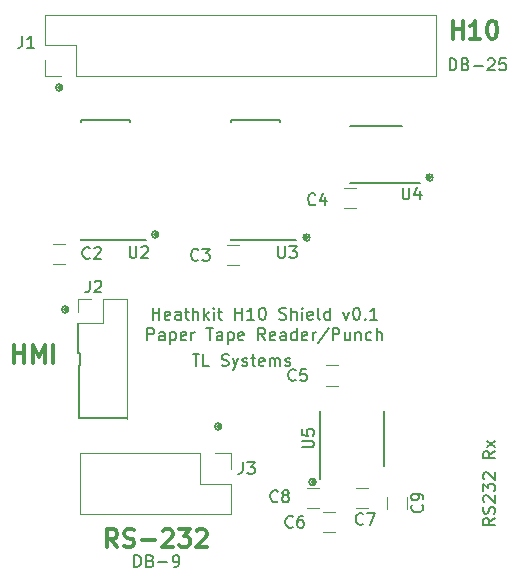
<source format=gbr>
G04 #@! TF.FileFunction,Legend,Top*
%FSLAX46Y46*%
G04 Gerber Fmt 4.6, Leading zero omitted, Abs format (unit mm)*
G04 Created by KiCad (PCBNEW 4.0.6) date 01/08/18 13:51:24*
%MOMM*%
%LPD*%
G01*
G04 APERTURE LIST*
%ADD10C,0.101600*%
%ADD11C,0.203200*%
%ADD12C,0.200000*%
%ADD13C,0.300000*%
%ADD14C,0.150000*%
%ADD15C,0.120000*%
G04 APERTURE END LIST*
D10*
D11*
X128693335Y-107546019D02*
X128693335Y-106530019D01*
X128693335Y-107013829D02*
X129273906Y-107013829D01*
X129273906Y-107546019D02*
X129273906Y-106530019D01*
X130144763Y-107497638D02*
X130048001Y-107546019D01*
X129854478Y-107546019D01*
X129757716Y-107497638D01*
X129709335Y-107400876D01*
X129709335Y-107013829D01*
X129757716Y-106917067D01*
X129854478Y-106868686D01*
X130048001Y-106868686D01*
X130144763Y-106917067D01*
X130193144Y-107013829D01*
X130193144Y-107110590D01*
X129709335Y-107207352D01*
X131064001Y-107546019D02*
X131064001Y-107013829D01*
X131015620Y-106917067D01*
X130918858Y-106868686D01*
X130725335Y-106868686D01*
X130628573Y-106917067D01*
X131064001Y-107497638D02*
X130967239Y-107546019D01*
X130725335Y-107546019D01*
X130628573Y-107497638D01*
X130580192Y-107400876D01*
X130580192Y-107304114D01*
X130628573Y-107207352D01*
X130725335Y-107158971D01*
X130967239Y-107158971D01*
X131064001Y-107110590D01*
X131402668Y-106868686D02*
X131789716Y-106868686D01*
X131547811Y-106530019D02*
X131547811Y-107400876D01*
X131596192Y-107497638D01*
X131692954Y-107546019D01*
X131789716Y-107546019D01*
X132128382Y-107546019D02*
X132128382Y-106530019D01*
X132563810Y-107546019D02*
X132563810Y-107013829D01*
X132515429Y-106917067D01*
X132418667Y-106868686D01*
X132273525Y-106868686D01*
X132176763Y-106917067D01*
X132128382Y-106965448D01*
X133047620Y-107546019D02*
X133047620Y-106530019D01*
X133144382Y-107158971D02*
X133434667Y-107546019D01*
X133434667Y-106868686D02*
X133047620Y-107255733D01*
X133870096Y-107546019D02*
X133870096Y-106868686D01*
X133870096Y-106530019D02*
X133821715Y-106578400D01*
X133870096Y-106626781D01*
X133918477Y-106578400D01*
X133870096Y-106530019D01*
X133870096Y-106626781D01*
X134208763Y-106868686D02*
X134595811Y-106868686D01*
X134353906Y-106530019D02*
X134353906Y-107400876D01*
X134402287Y-107497638D01*
X134499049Y-107546019D01*
X134595811Y-107546019D01*
X135708572Y-107546019D02*
X135708572Y-106530019D01*
X135708572Y-107013829D02*
X136289143Y-107013829D01*
X136289143Y-107546019D02*
X136289143Y-106530019D01*
X137305143Y-107546019D02*
X136724572Y-107546019D01*
X137014858Y-107546019D02*
X137014858Y-106530019D01*
X136918096Y-106675162D01*
X136821334Y-106771924D01*
X136724572Y-106820305D01*
X137934096Y-106530019D02*
X138030857Y-106530019D01*
X138127619Y-106578400D01*
X138176000Y-106626781D01*
X138224381Y-106723543D01*
X138272762Y-106917067D01*
X138272762Y-107158971D01*
X138224381Y-107352495D01*
X138176000Y-107449257D01*
X138127619Y-107497638D01*
X138030857Y-107546019D01*
X137934096Y-107546019D01*
X137837334Y-107497638D01*
X137788953Y-107449257D01*
X137740572Y-107352495D01*
X137692191Y-107158971D01*
X137692191Y-106917067D01*
X137740572Y-106723543D01*
X137788953Y-106626781D01*
X137837334Y-106578400D01*
X137934096Y-106530019D01*
X139433905Y-107497638D02*
X139579048Y-107546019D01*
X139820952Y-107546019D01*
X139917714Y-107497638D01*
X139966095Y-107449257D01*
X140014476Y-107352495D01*
X140014476Y-107255733D01*
X139966095Y-107158971D01*
X139917714Y-107110590D01*
X139820952Y-107062210D01*
X139627429Y-107013829D01*
X139530667Y-106965448D01*
X139482286Y-106917067D01*
X139433905Y-106820305D01*
X139433905Y-106723543D01*
X139482286Y-106626781D01*
X139530667Y-106578400D01*
X139627429Y-106530019D01*
X139869333Y-106530019D01*
X140014476Y-106578400D01*
X140449905Y-107546019D02*
X140449905Y-106530019D01*
X140885333Y-107546019D02*
X140885333Y-107013829D01*
X140836952Y-106917067D01*
X140740190Y-106868686D01*
X140595048Y-106868686D01*
X140498286Y-106917067D01*
X140449905Y-106965448D01*
X141369143Y-107546019D02*
X141369143Y-106868686D01*
X141369143Y-106530019D02*
X141320762Y-106578400D01*
X141369143Y-106626781D01*
X141417524Y-106578400D01*
X141369143Y-106530019D01*
X141369143Y-106626781D01*
X142240000Y-107497638D02*
X142143238Y-107546019D01*
X141949715Y-107546019D01*
X141852953Y-107497638D01*
X141804572Y-107400876D01*
X141804572Y-107013829D01*
X141852953Y-106917067D01*
X141949715Y-106868686D01*
X142143238Y-106868686D01*
X142240000Y-106917067D01*
X142288381Y-107013829D01*
X142288381Y-107110590D01*
X141804572Y-107207352D01*
X142868953Y-107546019D02*
X142772191Y-107497638D01*
X142723810Y-107400876D01*
X142723810Y-106530019D01*
X143691428Y-107546019D02*
X143691428Y-106530019D01*
X143691428Y-107497638D02*
X143594666Y-107546019D01*
X143401143Y-107546019D01*
X143304381Y-107497638D01*
X143256000Y-107449257D01*
X143207619Y-107352495D01*
X143207619Y-107062210D01*
X143256000Y-106965448D01*
X143304381Y-106917067D01*
X143401143Y-106868686D01*
X143594666Y-106868686D01*
X143691428Y-106917067D01*
X144852571Y-106868686D02*
X145094476Y-107546019D01*
X145336380Y-106868686D01*
X145916952Y-106530019D02*
X146013713Y-106530019D01*
X146110475Y-106578400D01*
X146158856Y-106626781D01*
X146207237Y-106723543D01*
X146255618Y-106917067D01*
X146255618Y-107158971D01*
X146207237Y-107352495D01*
X146158856Y-107449257D01*
X146110475Y-107497638D01*
X146013713Y-107546019D01*
X145916952Y-107546019D01*
X145820190Y-107497638D01*
X145771809Y-107449257D01*
X145723428Y-107352495D01*
X145675047Y-107158971D01*
X145675047Y-106917067D01*
X145723428Y-106723543D01*
X145771809Y-106626781D01*
X145820190Y-106578400D01*
X145916952Y-106530019D01*
X146691047Y-107449257D02*
X146739428Y-107497638D01*
X146691047Y-107546019D01*
X146642666Y-107497638D01*
X146691047Y-107449257D01*
X146691047Y-107546019D01*
X147707047Y-107546019D02*
X147126476Y-107546019D01*
X147416762Y-107546019D02*
X147416762Y-106530019D01*
X147320000Y-106675162D01*
X147223238Y-106771924D01*
X147126476Y-106820305D01*
X128257907Y-109273219D02*
X128257907Y-108257219D01*
X128644954Y-108257219D01*
X128741716Y-108305600D01*
X128790097Y-108353981D01*
X128838478Y-108450743D01*
X128838478Y-108595886D01*
X128790097Y-108692648D01*
X128741716Y-108741029D01*
X128644954Y-108789410D01*
X128257907Y-108789410D01*
X129709335Y-109273219D02*
X129709335Y-108741029D01*
X129660954Y-108644267D01*
X129564192Y-108595886D01*
X129370669Y-108595886D01*
X129273907Y-108644267D01*
X129709335Y-109224838D02*
X129612573Y-109273219D01*
X129370669Y-109273219D01*
X129273907Y-109224838D01*
X129225526Y-109128076D01*
X129225526Y-109031314D01*
X129273907Y-108934552D01*
X129370669Y-108886171D01*
X129612573Y-108886171D01*
X129709335Y-108837790D01*
X130193145Y-108595886D02*
X130193145Y-109611886D01*
X130193145Y-108644267D02*
X130289907Y-108595886D01*
X130483430Y-108595886D01*
X130580192Y-108644267D01*
X130628573Y-108692648D01*
X130676954Y-108789410D01*
X130676954Y-109079695D01*
X130628573Y-109176457D01*
X130580192Y-109224838D01*
X130483430Y-109273219D01*
X130289907Y-109273219D01*
X130193145Y-109224838D01*
X131499430Y-109224838D02*
X131402668Y-109273219D01*
X131209145Y-109273219D01*
X131112383Y-109224838D01*
X131064002Y-109128076D01*
X131064002Y-108741029D01*
X131112383Y-108644267D01*
X131209145Y-108595886D01*
X131402668Y-108595886D01*
X131499430Y-108644267D01*
X131547811Y-108741029D01*
X131547811Y-108837790D01*
X131064002Y-108934552D01*
X131983240Y-109273219D02*
X131983240Y-108595886D01*
X131983240Y-108789410D02*
X132031621Y-108692648D01*
X132080002Y-108644267D01*
X132176764Y-108595886D01*
X132273525Y-108595886D01*
X133241144Y-108257219D02*
X133821715Y-108257219D01*
X133531430Y-109273219D02*
X133531430Y-108257219D01*
X134595810Y-109273219D02*
X134595810Y-108741029D01*
X134547429Y-108644267D01*
X134450667Y-108595886D01*
X134257144Y-108595886D01*
X134160382Y-108644267D01*
X134595810Y-109224838D02*
X134499048Y-109273219D01*
X134257144Y-109273219D01*
X134160382Y-109224838D01*
X134112001Y-109128076D01*
X134112001Y-109031314D01*
X134160382Y-108934552D01*
X134257144Y-108886171D01*
X134499048Y-108886171D01*
X134595810Y-108837790D01*
X135079620Y-108595886D02*
X135079620Y-109611886D01*
X135079620Y-108644267D02*
X135176382Y-108595886D01*
X135369905Y-108595886D01*
X135466667Y-108644267D01*
X135515048Y-108692648D01*
X135563429Y-108789410D01*
X135563429Y-109079695D01*
X135515048Y-109176457D01*
X135466667Y-109224838D01*
X135369905Y-109273219D01*
X135176382Y-109273219D01*
X135079620Y-109224838D01*
X136385905Y-109224838D02*
X136289143Y-109273219D01*
X136095620Y-109273219D01*
X135998858Y-109224838D01*
X135950477Y-109128076D01*
X135950477Y-108741029D01*
X135998858Y-108644267D01*
X136095620Y-108595886D01*
X136289143Y-108595886D01*
X136385905Y-108644267D01*
X136434286Y-108741029D01*
X136434286Y-108837790D01*
X135950477Y-108934552D01*
X138224381Y-109273219D02*
X137885715Y-108789410D01*
X137643810Y-109273219D02*
X137643810Y-108257219D01*
X138030857Y-108257219D01*
X138127619Y-108305600D01*
X138176000Y-108353981D01*
X138224381Y-108450743D01*
X138224381Y-108595886D01*
X138176000Y-108692648D01*
X138127619Y-108741029D01*
X138030857Y-108789410D01*
X137643810Y-108789410D01*
X139046857Y-109224838D02*
X138950095Y-109273219D01*
X138756572Y-109273219D01*
X138659810Y-109224838D01*
X138611429Y-109128076D01*
X138611429Y-108741029D01*
X138659810Y-108644267D01*
X138756572Y-108595886D01*
X138950095Y-108595886D01*
X139046857Y-108644267D01*
X139095238Y-108741029D01*
X139095238Y-108837790D01*
X138611429Y-108934552D01*
X139966095Y-109273219D02*
X139966095Y-108741029D01*
X139917714Y-108644267D01*
X139820952Y-108595886D01*
X139627429Y-108595886D01*
X139530667Y-108644267D01*
X139966095Y-109224838D02*
X139869333Y-109273219D01*
X139627429Y-109273219D01*
X139530667Y-109224838D01*
X139482286Y-109128076D01*
X139482286Y-109031314D01*
X139530667Y-108934552D01*
X139627429Y-108886171D01*
X139869333Y-108886171D01*
X139966095Y-108837790D01*
X140885333Y-109273219D02*
X140885333Y-108257219D01*
X140885333Y-109224838D02*
X140788571Y-109273219D01*
X140595048Y-109273219D01*
X140498286Y-109224838D01*
X140449905Y-109176457D01*
X140401524Y-109079695D01*
X140401524Y-108789410D01*
X140449905Y-108692648D01*
X140498286Y-108644267D01*
X140595048Y-108595886D01*
X140788571Y-108595886D01*
X140885333Y-108644267D01*
X141756190Y-109224838D02*
X141659428Y-109273219D01*
X141465905Y-109273219D01*
X141369143Y-109224838D01*
X141320762Y-109128076D01*
X141320762Y-108741029D01*
X141369143Y-108644267D01*
X141465905Y-108595886D01*
X141659428Y-108595886D01*
X141756190Y-108644267D01*
X141804571Y-108741029D01*
X141804571Y-108837790D01*
X141320762Y-108934552D01*
X142240000Y-109273219D02*
X142240000Y-108595886D01*
X142240000Y-108789410D02*
X142288381Y-108692648D01*
X142336762Y-108644267D01*
X142433524Y-108595886D01*
X142530285Y-108595886D01*
X143594666Y-108208838D02*
X142723809Y-109515124D01*
X143933333Y-109273219D02*
X143933333Y-108257219D01*
X144320380Y-108257219D01*
X144417142Y-108305600D01*
X144465523Y-108353981D01*
X144513904Y-108450743D01*
X144513904Y-108595886D01*
X144465523Y-108692648D01*
X144417142Y-108741029D01*
X144320380Y-108789410D01*
X143933333Y-108789410D01*
X145384761Y-108595886D02*
X145384761Y-109273219D01*
X144949333Y-108595886D02*
X144949333Y-109128076D01*
X144997714Y-109224838D01*
X145094476Y-109273219D01*
X145239618Y-109273219D01*
X145336380Y-109224838D01*
X145384761Y-109176457D01*
X145868571Y-108595886D02*
X145868571Y-109273219D01*
X145868571Y-108692648D02*
X145916952Y-108644267D01*
X146013714Y-108595886D01*
X146158856Y-108595886D01*
X146255618Y-108644267D01*
X146303999Y-108741029D01*
X146303999Y-109273219D01*
X147223237Y-109224838D02*
X147126475Y-109273219D01*
X146932952Y-109273219D01*
X146836190Y-109224838D01*
X146787809Y-109176457D01*
X146739428Y-109079695D01*
X146739428Y-108789410D01*
X146787809Y-108692648D01*
X146836190Y-108644267D01*
X146932952Y-108595886D01*
X147126475Y-108595886D01*
X147223237Y-108644267D01*
X147658666Y-109273219D02*
X147658666Y-108257219D01*
X148094094Y-109273219D02*
X148094094Y-108741029D01*
X148045713Y-108644267D01*
X147948951Y-108595886D01*
X147803809Y-108595886D01*
X147707047Y-108644267D01*
X147658666Y-108692648D01*
X132086049Y-110441619D02*
X132666620Y-110441619D01*
X132376335Y-111457619D02*
X132376335Y-110441619D01*
X133489096Y-111457619D02*
X133005287Y-111457619D01*
X133005287Y-110441619D01*
X134553477Y-111409238D02*
X134698620Y-111457619D01*
X134940524Y-111457619D01*
X135037286Y-111409238D01*
X135085667Y-111360857D01*
X135134048Y-111264095D01*
X135134048Y-111167333D01*
X135085667Y-111070571D01*
X135037286Y-111022190D01*
X134940524Y-110973810D01*
X134747001Y-110925429D01*
X134650239Y-110877048D01*
X134601858Y-110828667D01*
X134553477Y-110731905D01*
X134553477Y-110635143D01*
X134601858Y-110538381D01*
X134650239Y-110490000D01*
X134747001Y-110441619D01*
X134988905Y-110441619D01*
X135134048Y-110490000D01*
X135472715Y-110780286D02*
X135714620Y-111457619D01*
X135956524Y-110780286D02*
X135714620Y-111457619D01*
X135617858Y-111699524D01*
X135569477Y-111747905D01*
X135472715Y-111796286D01*
X136295191Y-111409238D02*
X136391953Y-111457619D01*
X136585477Y-111457619D01*
X136682238Y-111409238D01*
X136730619Y-111312476D01*
X136730619Y-111264095D01*
X136682238Y-111167333D01*
X136585477Y-111118952D01*
X136440334Y-111118952D01*
X136343572Y-111070571D01*
X136295191Y-110973810D01*
X136295191Y-110925429D01*
X136343572Y-110828667D01*
X136440334Y-110780286D01*
X136585477Y-110780286D01*
X136682238Y-110828667D01*
X137020905Y-110780286D02*
X137407953Y-110780286D01*
X137166048Y-110441619D02*
X137166048Y-111312476D01*
X137214429Y-111409238D01*
X137311191Y-111457619D01*
X137407953Y-111457619D01*
X138133666Y-111409238D02*
X138036904Y-111457619D01*
X137843381Y-111457619D01*
X137746619Y-111409238D01*
X137698238Y-111312476D01*
X137698238Y-110925429D01*
X137746619Y-110828667D01*
X137843381Y-110780286D01*
X138036904Y-110780286D01*
X138133666Y-110828667D01*
X138182047Y-110925429D01*
X138182047Y-111022190D01*
X137698238Y-111118952D01*
X138617476Y-111457619D02*
X138617476Y-110780286D01*
X138617476Y-110877048D02*
X138665857Y-110828667D01*
X138762619Y-110780286D01*
X138907761Y-110780286D01*
X139004523Y-110828667D01*
X139052904Y-110925429D01*
X139052904Y-111457619D01*
X139052904Y-110925429D02*
X139101285Y-110828667D01*
X139198047Y-110780286D01*
X139343190Y-110780286D01*
X139439952Y-110828667D01*
X139488333Y-110925429D01*
X139488333Y-111457619D01*
X139923762Y-111409238D02*
X140020524Y-111457619D01*
X140214048Y-111457619D01*
X140310809Y-111409238D01*
X140359190Y-111312476D01*
X140359190Y-111264095D01*
X140310809Y-111167333D01*
X140214048Y-111118952D01*
X140068905Y-111118952D01*
X139972143Y-111070571D01*
X139923762Y-110973810D01*
X139923762Y-110925429D01*
X139972143Y-110828667D01*
X140068905Y-110780286D01*
X140214048Y-110780286D01*
X140310809Y-110828667D01*
X157685619Y-124339047D02*
X157201810Y-124677713D01*
X157685619Y-124919618D02*
X156669619Y-124919618D01*
X156669619Y-124532571D01*
X156718000Y-124435809D01*
X156766381Y-124387428D01*
X156863143Y-124339047D01*
X157008286Y-124339047D01*
X157105048Y-124387428D01*
X157153429Y-124435809D01*
X157201810Y-124532571D01*
X157201810Y-124919618D01*
X157637238Y-123951999D02*
X157685619Y-123806856D01*
X157685619Y-123564952D01*
X157637238Y-123468190D01*
X157588857Y-123419809D01*
X157492095Y-123371428D01*
X157395333Y-123371428D01*
X157298571Y-123419809D01*
X157250190Y-123468190D01*
X157201810Y-123564952D01*
X157153429Y-123758475D01*
X157105048Y-123855237D01*
X157056667Y-123903618D01*
X156959905Y-123951999D01*
X156863143Y-123951999D01*
X156766381Y-123903618D01*
X156718000Y-123855237D01*
X156669619Y-123758475D01*
X156669619Y-123516571D01*
X156718000Y-123371428D01*
X156766381Y-122984380D02*
X156718000Y-122935999D01*
X156669619Y-122839237D01*
X156669619Y-122597333D01*
X156718000Y-122500571D01*
X156766381Y-122452190D01*
X156863143Y-122403809D01*
X156959905Y-122403809D01*
X157105048Y-122452190D01*
X157685619Y-123032761D01*
X157685619Y-122403809D01*
X156669619Y-122065142D02*
X156669619Y-121436190D01*
X157056667Y-121774856D01*
X157056667Y-121629714D01*
X157105048Y-121532952D01*
X157153429Y-121484571D01*
X157250190Y-121436190D01*
X157492095Y-121436190D01*
X157588857Y-121484571D01*
X157637238Y-121532952D01*
X157685619Y-121629714D01*
X157685619Y-121919999D01*
X157637238Y-122016761D01*
X157588857Y-122065142D01*
X156766381Y-121049142D02*
X156718000Y-121000761D01*
X156669619Y-120903999D01*
X156669619Y-120662095D01*
X156718000Y-120565333D01*
X156766381Y-120516952D01*
X156863143Y-120468571D01*
X156959905Y-120468571D01*
X157105048Y-120516952D01*
X157685619Y-121097523D01*
X157685619Y-120468571D01*
X157685619Y-118678476D02*
X157201810Y-119017142D01*
X157685619Y-119259047D02*
X156669619Y-119259047D01*
X156669619Y-118872000D01*
X156718000Y-118775238D01*
X156766381Y-118726857D01*
X156863143Y-118678476D01*
X157008286Y-118678476D01*
X157105048Y-118726857D01*
X157153429Y-118775238D01*
X157201810Y-118872000D01*
X157201810Y-119259047D01*
X157685619Y-118339809D02*
X157008286Y-117807619D01*
X157008286Y-118339809D02*
X157685619Y-117807619D01*
D12*
X142367000Y-121285000D02*
G75*
G03X142367000Y-121285000I-127000J0D01*
G01*
X142523981Y-121285000D02*
G75*
G03X142523981Y-121285000I-283981J0D01*
G01*
X134522981Y-116586000D02*
G75*
G03X134522981Y-116586000I-283981J0D01*
G01*
X134366000Y-116586000D02*
G75*
G03X134366000Y-116586000I-127000J0D01*
G01*
X120904000Y-87884000D02*
G75*
G03X120904000Y-87884000I-127000J0D01*
G01*
X121060981Y-87884000D02*
G75*
G03X121060981Y-87884000I-283981J0D01*
G01*
X121568981Y-106680000D02*
G75*
G03X121568981Y-106680000I-283981J0D01*
G01*
X121412000Y-106680000D02*
G75*
G03X121412000Y-106680000I-127000J0D01*
G01*
X152273000Y-95504000D02*
G75*
G03X152273000Y-95504000I-127000J0D01*
G01*
X152429981Y-95504000D02*
G75*
G03X152429981Y-95504000I-283981J0D01*
G01*
X142015981Y-100584000D02*
G75*
G03X142015981Y-100584000I-283981J0D01*
G01*
X141859000Y-100584000D02*
G75*
G03X141859000Y-100584000I-127000J0D01*
G01*
X129188981Y-100330000D02*
G75*
G03X129188981Y-100330000I-283981J0D01*
G01*
X129032000Y-100330000D02*
G75*
G03X129032000Y-100330000I-127000J0D01*
G01*
D11*
X153839334Y-86438619D02*
X153839334Y-85422619D01*
X154081239Y-85422619D01*
X154226381Y-85471000D01*
X154323143Y-85567762D01*
X154371524Y-85664524D01*
X154419905Y-85858048D01*
X154419905Y-86003190D01*
X154371524Y-86196714D01*
X154323143Y-86293476D01*
X154226381Y-86390238D01*
X154081239Y-86438619D01*
X153839334Y-86438619D01*
X155194000Y-85906429D02*
X155339143Y-85954810D01*
X155387524Y-86003190D01*
X155435905Y-86099952D01*
X155435905Y-86245095D01*
X155387524Y-86341857D01*
X155339143Y-86390238D01*
X155242381Y-86438619D01*
X154855334Y-86438619D01*
X154855334Y-85422619D01*
X155194000Y-85422619D01*
X155290762Y-85471000D01*
X155339143Y-85519381D01*
X155387524Y-85616143D01*
X155387524Y-85712905D01*
X155339143Y-85809667D01*
X155290762Y-85858048D01*
X155194000Y-85906429D01*
X154855334Y-85906429D01*
X155871334Y-86051571D02*
X156645429Y-86051571D01*
X157080858Y-85519381D02*
X157129239Y-85471000D01*
X157226001Y-85422619D01*
X157467905Y-85422619D01*
X157564667Y-85471000D01*
X157613048Y-85519381D01*
X157661429Y-85616143D01*
X157661429Y-85712905D01*
X157613048Y-85858048D01*
X157032477Y-86438619D01*
X157661429Y-86438619D01*
X158580667Y-85422619D02*
X158096858Y-85422619D01*
X158048477Y-85906429D01*
X158096858Y-85858048D01*
X158193620Y-85809667D01*
X158435524Y-85809667D01*
X158532286Y-85858048D01*
X158580667Y-85906429D01*
X158629048Y-86003190D01*
X158629048Y-86245095D01*
X158580667Y-86341857D01*
X158532286Y-86390238D01*
X158435524Y-86438619D01*
X158193620Y-86438619D01*
X158096858Y-86390238D01*
X158048477Y-86341857D01*
X127145143Y-128475619D02*
X127145143Y-127459619D01*
X127387048Y-127459619D01*
X127532190Y-127508000D01*
X127628952Y-127604762D01*
X127677333Y-127701524D01*
X127725714Y-127895048D01*
X127725714Y-128040190D01*
X127677333Y-128233714D01*
X127628952Y-128330476D01*
X127532190Y-128427238D01*
X127387048Y-128475619D01*
X127145143Y-128475619D01*
X128499809Y-127943429D02*
X128644952Y-127991810D01*
X128693333Y-128040190D01*
X128741714Y-128136952D01*
X128741714Y-128282095D01*
X128693333Y-128378857D01*
X128644952Y-128427238D01*
X128548190Y-128475619D01*
X128161143Y-128475619D01*
X128161143Y-127459619D01*
X128499809Y-127459619D01*
X128596571Y-127508000D01*
X128644952Y-127556381D01*
X128693333Y-127653143D01*
X128693333Y-127749905D01*
X128644952Y-127846667D01*
X128596571Y-127895048D01*
X128499809Y-127943429D01*
X128161143Y-127943429D01*
X129177143Y-128088571D02*
X129951238Y-128088571D01*
X130483429Y-128475619D02*
X130676953Y-128475619D01*
X130773714Y-128427238D01*
X130822095Y-128378857D01*
X130918857Y-128233714D01*
X130967238Y-128040190D01*
X130967238Y-127653143D01*
X130918857Y-127556381D01*
X130870476Y-127508000D01*
X130773714Y-127459619D01*
X130580191Y-127459619D01*
X130483429Y-127508000D01*
X130435048Y-127556381D01*
X130386667Y-127653143D01*
X130386667Y-127895048D01*
X130435048Y-127991810D01*
X130483429Y-128040190D01*
X130580191Y-128088571D01*
X130773714Y-128088571D01*
X130870476Y-128040190D01*
X130918857Y-127991810D01*
X130967238Y-127895048D01*
D13*
X125710573Y-126789571D02*
X125210573Y-126075286D01*
X124853430Y-126789571D02*
X124853430Y-125289571D01*
X125424858Y-125289571D01*
X125567716Y-125361000D01*
X125639144Y-125432429D01*
X125710573Y-125575286D01*
X125710573Y-125789571D01*
X125639144Y-125932429D01*
X125567716Y-126003857D01*
X125424858Y-126075286D01*
X124853430Y-126075286D01*
X126282001Y-126718143D02*
X126496287Y-126789571D01*
X126853430Y-126789571D01*
X126996287Y-126718143D01*
X127067716Y-126646714D01*
X127139144Y-126503857D01*
X127139144Y-126361000D01*
X127067716Y-126218143D01*
X126996287Y-126146714D01*
X126853430Y-126075286D01*
X126567716Y-126003857D01*
X126424858Y-125932429D01*
X126353430Y-125861000D01*
X126282001Y-125718143D01*
X126282001Y-125575286D01*
X126353430Y-125432429D01*
X126424858Y-125361000D01*
X126567716Y-125289571D01*
X126924858Y-125289571D01*
X127139144Y-125361000D01*
X127782001Y-126218143D02*
X128924858Y-126218143D01*
X129567715Y-125432429D02*
X129639144Y-125361000D01*
X129782001Y-125289571D01*
X130139144Y-125289571D01*
X130282001Y-125361000D01*
X130353430Y-125432429D01*
X130424858Y-125575286D01*
X130424858Y-125718143D01*
X130353430Y-125932429D01*
X129496287Y-126789571D01*
X130424858Y-126789571D01*
X130924858Y-125289571D02*
X131853429Y-125289571D01*
X131353429Y-125861000D01*
X131567715Y-125861000D01*
X131710572Y-125932429D01*
X131782001Y-126003857D01*
X131853429Y-126146714D01*
X131853429Y-126503857D01*
X131782001Y-126646714D01*
X131710572Y-126718143D01*
X131567715Y-126789571D01*
X131139143Y-126789571D01*
X130996286Y-126718143D01*
X130924858Y-126646714D01*
X132424857Y-125432429D02*
X132496286Y-125361000D01*
X132639143Y-125289571D01*
X132996286Y-125289571D01*
X133139143Y-125361000D01*
X133210572Y-125432429D01*
X133282000Y-125575286D01*
X133282000Y-125718143D01*
X133210572Y-125932429D01*
X132353429Y-126789571D01*
X133282000Y-126789571D01*
X154098858Y-83736571D02*
X154098858Y-82236571D01*
X154098858Y-82950857D02*
X154956001Y-82950857D01*
X154956001Y-83736571D02*
X154956001Y-82236571D01*
X156456001Y-83736571D02*
X155598858Y-83736571D01*
X156027430Y-83736571D02*
X156027430Y-82236571D01*
X155884573Y-82450857D01*
X155741715Y-82593714D01*
X155598858Y-82665143D01*
X157384572Y-82236571D02*
X157527429Y-82236571D01*
X157670286Y-82308000D01*
X157741715Y-82379429D01*
X157813144Y-82522286D01*
X157884572Y-82808000D01*
X157884572Y-83165143D01*
X157813144Y-83450857D01*
X157741715Y-83593714D01*
X157670286Y-83665143D01*
X157527429Y-83736571D01*
X157384572Y-83736571D01*
X157241715Y-83665143D01*
X157170286Y-83593714D01*
X157098858Y-83450857D01*
X157027429Y-83165143D01*
X157027429Y-82808000D01*
X157098858Y-82522286D01*
X157170286Y-82379429D01*
X157241715Y-82308000D01*
X157384572Y-82236571D01*
X116975143Y-111168571D02*
X116975143Y-109668571D01*
X116975143Y-110382857D02*
X117832286Y-110382857D01*
X117832286Y-111168571D02*
X117832286Y-109668571D01*
X118546572Y-111168571D02*
X118546572Y-109668571D01*
X119046572Y-110740000D01*
X119546572Y-109668571D01*
X119546572Y-111168571D01*
X120260858Y-111168571D02*
X120260858Y-109668571D01*
D14*
X122424249Y-115906791D02*
X126513649Y-115906791D01*
X122424249Y-111360191D02*
X122424249Y-115906791D01*
X122398849Y-107854991D02*
X122398849Y-110344191D01*
X122424249Y-110344191D02*
X122551249Y-110344191D01*
X122551249Y-110344191D02*
X122551249Y-111360191D01*
X122551249Y-111360191D02*
X122424249Y-111360191D01*
D15*
X126518180Y-105800360D02*
X126518180Y-115920360D01*
X122398180Y-107860360D02*
X124458180Y-107860360D01*
X124458180Y-107860360D02*
X124458180Y-105800360D01*
X124458180Y-105800360D02*
X126518180Y-105800360D01*
X122398180Y-106860360D02*
X122398180Y-105800360D01*
X122398180Y-105800360D02*
X123458180Y-105800360D01*
X120277000Y-102831000D02*
X121277000Y-102831000D01*
X121277000Y-101131000D02*
X120277000Y-101131000D01*
X136023180Y-101247360D02*
X135023180Y-101247360D01*
X135023180Y-102947360D02*
X136023180Y-102947360D01*
X145929180Y-96421360D02*
X144929180Y-96421360D01*
X144929180Y-98121360D02*
X145929180Y-98121360D01*
X144391000Y-111418000D02*
X143391000Y-111418000D01*
X143391000Y-113118000D02*
X144391000Y-113118000D01*
X144151180Y-123853360D02*
X143151180Y-123853360D01*
X143151180Y-125553360D02*
X144151180Y-125553360D01*
X146945180Y-121821360D02*
X145945180Y-121821360D01*
X145945180Y-123521360D02*
X146945180Y-123521360D01*
X141754180Y-123521360D02*
X142754180Y-123521360D01*
X142754180Y-121821360D02*
X141754180Y-121821360D01*
X148516180Y-122552360D02*
X148516180Y-123552360D01*
X150216180Y-123552360D02*
X150216180Y-122552360D01*
X152728180Y-86917360D02*
X152728180Y-81717360D01*
X122188180Y-86917360D02*
X152728180Y-86917360D01*
X119588180Y-81717360D02*
X152728180Y-81717360D01*
X122188180Y-86917360D02*
X122188180Y-84317360D01*
X122188180Y-84317360D02*
X119588180Y-84317360D01*
X119588180Y-84317360D02*
X119588180Y-81717360D01*
X120918180Y-86917360D02*
X119588180Y-86917360D01*
X119588180Y-86917360D02*
X119588180Y-85587360D01*
X122509180Y-118812000D02*
X122509180Y-124012000D01*
X132729180Y-118812000D02*
X122509180Y-118812000D01*
X135329180Y-124012000D02*
X122509180Y-124012000D01*
X132729180Y-118812000D02*
X132729180Y-121412000D01*
X132729180Y-121412000D02*
X135329180Y-121412000D01*
X135329180Y-121412000D02*
X135329180Y-124012000D01*
X133999180Y-118812000D02*
X135329180Y-118812000D01*
X135329180Y-118812000D02*
X135329180Y-120142000D01*
D14*
X126803180Y-100822360D02*
X126803180Y-100797360D01*
X122653180Y-100822360D02*
X122653180Y-100717360D01*
X122653180Y-90672360D02*
X122653180Y-90777360D01*
X126803180Y-90672360D02*
X126803180Y-90777360D01*
X126803180Y-100822360D02*
X122653180Y-100822360D01*
X126803180Y-90672360D02*
X122653180Y-90672360D01*
X126803180Y-100797360D02*
X128178180Y-100797360D01*
X139503180Y-100822360D02*
X139503180Y-100797360D01*
X135353180Y-100822360D02*
X135353180Y-100717360D01*
X135353180Y-90672360D02*
X135353180Y-90777360D01*
X139503180Y-90672360D02*
X139503180Y-90777360D01*
X139503180Y-100822360D02*
X135353180Y-100822360D01*
X139503180Y-90672360D02*
X135353180Y-90672360D01*
X139503180Y-100797360D02*
X140878180Y-100797360D01*
X149772580Y-91124560D02*
X145372580Y-91124560D01*
X151363180Y-96007360D02*
X145388180Y-96007360D01*
X142831180Y-119916360D02*
X142856180Y-119916360D01*
X142831180Y-115266360D02*
X142856180Y-115266360D01*
X148281180Y-115266360D02*
X148256180Y-115266360D01*
X148281180Y-119916360D02*
X148256180Y-119916360D01*
X142831180Y-119916360D02*
X142831180Y-115266360D01*
X148281180Y-119916360D02*
X148281180Y-115266360D01*
X142856180Y-119916360D02*
X142856180Y-120991360D01*
X123364667Y-104227381D02*
X123364667Y-104941667D01*
X123317047Y-105084524D01*
X123221809Y-105179762D01*
X123078952Y-105227381D01*
X122983714Y-105227381D01*
X123793238Y-104322619D02*
X123840857Y-104275000D01*
X123936095Y-104227381D01*
X124174191Y-104227381D01*
X124269429Y-104275000D01*
X124317048Y-104322619D01*
X124364667Y-104417857D01*
X124364667Y-104513095D01*
X124317048Y-104655952D01*
X123745619Y-105227381D01*
X124364667Y-105227381D01*
X123378934Y-102287343D02*
X123331315Y-102334962D01*
X123188458Y-102382581D01*
X123093220Y-102382581D01*
X122950362Y-102334962D01*
X122855124Y-102239724D01*
X122807505Y-102144486D01*
X122759886Y-101954010D01*
X122759886Y-101811152D01*
X122807505Y-101620676D01*
X122855124Y-101525438D01*
X122950362Y-101430200D01*
X123093220Y-101382581D01*
X123188458Y-101382581D01*
X123331315Y-101430200D01*
X123378934Y-101477819D01*
X123759886Y-101477819D02*
X123807505Y-101430200D01*
X123902743Y-101382581D01*
X124140839Y-101382581D01*
X124236077Y-101430200D01*
X124283696Y-101477819D01*
X124331315Y-101573057D01*
X124331315Y-101668295D01*
X124283696Y-101811152D01*
X123712267Y-102382581D01*
X124331315Y-102382581D01*
X132578514Y-102454503D02*
X132530895Y-102502122D01*
X132388038Y-102549741D01*
X132292800Y-102549741D01*
X132149942Y-102502122D01*
X132054704Y-102406884D01*
X132007085Y-102311646D01*
X131959466Y-102121170D01*
X131959466Y-101978312D01*
X132007085Y-101787836D01*
X132054704Y-101692598D01*
X132149942Y-101597360D01*
X132292800Y-101549741D01*
X132388038Y-101549741D01*
X132530895Y-101597360D01*
X132578514Y-101644979D01*
X132911847Y-101549741D02*
X133530895Y-101549741D01*
X133197561Y-101930693D01*
X133340419Y-101930693D01*
X133435657Y-101978312D01*
X133483276Y-102025931D01*
X133530895Y-102121170D01*
X133530895Y-102359265D01*
X133483276Y-102454503D01*
X133435657Y-102502122D01*
X133340419Y-102549741D01*
X133054704Y-102549741D01*
X132959466Y-102502122D01*
X132911847Y-102454503D01*
X142468514Y-97755503D02*
X142420895Y-97803122D01*
X142278038Y-97850741D01*
X142182800Y-97850741D01*
X142039942Y-97803122D01*
X141944704Y-97707884D01*
X141897085Y-97612646D01*
X141849466Y-97422170D01*
X141849466Y-97279312D01*
X141897085Y-97088836D01*
X141944704Y-96993598D01*
X142039942Y-96898360D01*
X142182800Y-96850741D01*
X142278038Y-96850741D01*
X142420895Y-96898360D01*
X142468514Y-96945979D01*
X143325657Y-97184074D02*
X143325657Y-97850741D01*
X143087561Y-96803122D02*
X142849466Y-97517408D01*
X143468514Y-97517408D01*
X140803334Y-112625143D02*
X140755715Y-112672762D01*
X140612858Y-112720381D01*
X140517620Y-112720381D01*
X140374762Y-112672762D01*
X140279524Y-112577524D01*
X140231905Y-112482286D01*
X140184286Y-112291810D01*
X140184286Y-112148952D01*
X140231905Y-111958476D01*
X140279524Y-111863238D01*
X140374762Y-111768000D01*
X140517620Y-111720381D01*
X140612858Y-111720381D01*
X140755715Y-111768000D01*
X140803334Y-111815619D01*
X141708096Y-111720381D02*
X141231905Y-111720381D01*
X141184286Y-112196571D01*
X141231905Y-112148952D01*
X141327143Y-112101333D01*
X141565239Y-112101333D01*
X141660477Y-112148952D01*
X141708096Y-112196571D01*
X141755715Y-112291810D01*
X141755715Y-112529905D01*
X141708096Y-112625143D01*
X141660477Y-112672762D01*
X141565239Y-112720381D01*
X141327143Y-112720381D01*
X141231905Y-112672762D01*
X141184286Y-112625143D01*
X140563514Y-125060503D02*
X140515895Y-125108122D01*
X140373038Y-125155741D01*
X140277800Y-125155741D01*
X140134942Y-125108122D01*
X140039704Y-125012884D01*
X139992085Y-124917646D01*
X139944466Y-124727170D01*
X139944466Y-124584312D01*
X139992085Y-124393836D01*
X140039704Y-124298598D01*
X140134942Y-124203360D01*
X140277800Y-124155741D01*
X140373038Y-124155741D01*
X140515895Y-124203360D01*
X140563514Y-124250979D01*
X141420657Y-124155741D02*
X141230180Y-124155741D01*
X141134942Y-124203360D01*
X141087323Y-124250979D01*
X140992085Y-124393836D01*
X140944466Y-124584312D01*
X140944466Y-124965265D01*
X140992085Y-125060503D01*
X141039704Y-125108122D01*
X141134942Y-125155741D01*
X141325419Y-125155741D01*
X141420657Y-125108122D01*
X141468276Y-125060503D01*
X141515895Y-124965265D01*
X141515895Y-124727170D01*
X141468276Y-124631931D01*
X141420657Y-124584312D01*
X141325419Y-124536693D01*
X141134942Y-124536693D01*
X141039704Y-124584312D01*
X140992085Y-124631931D01*
X140944466Y-124727170D01*
X146518334Y-124817143D02*
X146470715Y-124864762D01*
X146327858Y-124912381D01*
X146232620Y-124912381D01*
X146089762Y-124864762D01*
X145994524Y-124769524D01*
X145946905Y-124674286D01*
X145899286Y-124483810D01*
X145899286Y-124340952D01*
X145946905Y-124150476D01*
X145994524Y-124055238D01*
X146089762Y-123960000D01*
X146232620Y-123912381D01*
X146327858Y-123912381D01*
X146470715Y-123960000D01*
X146518334Y-124007619D01*
X146851667Y-123912381D02*
X147518334Y-123912381D01*
X147089762Y-124912381D01*
X139293514Y-122901503D02*
X139245895Y-122949122D01*
X139103038Y-122996741D01*
X139007800Y-122996741D01*
X138864942Y-122949122D01*
X138769704Y-122853884D01*
X138722085Y-122758646D01*
X138674466Y-122568170D01*
X138674466Y-122425312D01*
X138722085Y-122234836D01*
X138769704Y-122139598D01*
X138864942Y-122044360D01*
X139007800Y-121996741D01*
X139103038Y-121996741D01*
X139245895Y-122044360D01*
X139293514Y-122091979D01*
X139864942Y-122425312D02*
X139769704Y-122377693D01*
X139722085Y-122330074D01*
X139674466Y-122234836D01*
X139674466Y-122187217D01*
X139722085Y-122091979D01*
X139769704Y-122044360D01*
X139864942Y-121996741D01*
X140055419Y-121996741D01*
X140150657Y-122044360D01*
X140198276Y-122091979D01*
X140245895Y-122187217D01*
X140245895Y-122234836D01*
X140198276Y-122330074D01*
X140150657Y-122377693D01*
X140055419Y-122425312D01*
X139864942Y-122425312D01*
X139769704Y-122472931D01*
X139722085Y-122520550D01*
X139674466Y-122615789D01*
X139674466Y-122806265D01*
X139722085Y-122901503D01*
X139769704Y-122949122D01*
X139864942Y-122996741D01*
X140055419Y-122996741D01*
X140150657Y-122949122D01*
X140198276Y-122901503D01*
X140245895Y-122806265D01*
X140245895Y-122615789D01*
X140198276Y-122520550D01*
X140150657Y-122472931D01*
X140055419Y-122425312D01*
X151501323Y-123219026D02*
X151548942Y-123266645D01*
X151596561Y-123409502D01*
X151596561Y-123504740D01*
X151548942Y-123647598D01*
X151453704Y-123742836D01*
X151358466Y-123790455D01*
X151167990Y-123838074D01*
X151025132Y-123838074D01*
X150834656Y-123790455D01*
X150739418Y-123742836D01*
X150644180Y-123647598D01*
X150596561Y-123504740D01*
X150596561Y-123409502D01*
X150644180Y-123266645D01*
X150691799Y-123219026D01*
X151596561Y-122742836D02*
X151596561Y-122552360D01*
X151548942Y-122457121D01*
X151501323Y-122409502D01*
X151358466Y-122314264D01*
X151167990Y-122266645D01*
X150787037Y-122266645D01*
X150691799Y-122314264D01*
X150644180Y-122361883D01*
X150596561Y-122457121D01*
X150596561Y-122647598D01*
X150644180Y-122742836D01*
X150691799Y-122790455D01*
X150787037Y-122838074D01*
X151025132Y-122838074D01*
X151120370Y-122790455D01*
X151167990Y-122742836D01*
X151215609Y-122647598D01*
X151215609Y-122457121D01*
X151167990Y-122361883D01*
X151120370Y-122314264D01*
X151025132Y-122266645D01*
X117649667Y-83526381D02*
X117649667Y-84240667D01*
X117602047Y-84383524D01*
X117506809Y-84478762D01*
X117363952Y-84526381D01*
X117268714Y-84526381D01*
X118649667Y-84526381D02*
X118078238Y-84526381D01*
X118363952Y-84526381D02*
X118363952Y-83526381D01*
X118268714Y-83669238D01*
X118173476Y-83764476D01*
X118078238Y-83812095D01*
X136332847Y-119594381D02*
X136332847Y-120308667D01*
X136285227Y-120451524D01*
X136189989Y-120546762D01*
X136047132Y-120594381D01*
X135951894Y-120594381D01*
X136713799Y-119594381D02*
X137332847Y-119594381D01*
X136999513Y-119975333D01*
X137142371Y-119975333D01*
X137237609Y-120022952D01*
X137285228Y-120070571D01*
X137332847Y-120165810D01*
X137332847Y-120403905D01*
X137285228Y-120499143D01*
X137237609Y-120546762D01*
X137142371Y-120594381D01*
X136856656Y-120594381D01*
X136761418Y-120546762D01*
X136713799Y-120499143D01*
X126746095Y-101306381D02*
X126746095Y-102115905D01*
X126793714Y-102211143D01*
X126841333Y-102258762D01*
X126936571Y-102306381D01*
X127127048Y-102306381D01*
X127222286Y-102258762D01*
X127269905Y-102211143D01*
X127317524Y-102115905D01*
X127317524Y-101306381D01*
X127746095Y-101401619D02*
X127793714Y-101354000D01*
X127888952Y-101306381D01*
X128127048Y-101306381D01*
X128222286Y-101354000D01*
X128269905Y-101401619D01*
X128317524Y-101496857D01*
X128317524Y-101592095D01*
X128269905Y-101734952D01*
X127698476Y-102306381D01*
X128317524Y-102306381D01*
X139319095Y-101306381D02*
X139319095Y-102115905D01*
X139366714Y-102211143D01*
X139414333Y-102258762D01*
X139509571Y-102306381D01*
X139700048Y-102306381D01*
X139795286Y-102258762D01*
X139842905Y-102211143D01*
X139890524Y-102115905D01*
X139890524Y-101306381D01*
X140271476Y-101306381D02*
X140890524Y-101306381D01*
X140557190Y-101687333D01*
X140700048Y-101687333D01*
X140795286Y-101734952D01*
X140842905Y-101782571D01*
X140890524Y-101877810D01*
X140890524Y-102115905D01*
X140842905Y-102211143D01*
X140795286Y-102258762D01*
X140700048Y-102306381D01*
X140414333Y-102306381D01*
X140319095Y-102258762D01*
X140271476Y-102211143D01*
X149860095Y-96353381D02*
X149860095Y-97162905D01*
X149907714Y-97258143D01*
X149955333Y-97305762D01*
X150050571Y-97353381D01*
X150241048Y-97353381D01*
X150336286Y-97305762D01*
X150383905Y-97258143D01*
X150431524Y-97162905D01*
X150431524Y-96353381D01*
X151336286Y-96686714D02*
X151336286Y-97353381D01*
X151098190Y-96305762D02*
X150860095Y-97020048D01*
X151479143Y-97020048D01*
X141358561Y-118353265D02*
X142168085Y-118353265D01*
X142263323Y-118305646D01*
X142310942Y-118258027D01*
X142358561Y-118162789D01*
X142358561Y-117972312D01*
X142310942Y-117877074D01*
X142263323Y-117829455D01*
X142168085Y-117781836D01*
X141358561Y-117781836D01*
X141358561Y-116829455D02*
X141358561Y-117305646D01*
X141834751Y-117353265D01*
X141787132Y-117305646D01*
X141739513Y-117210408D01*
X141739513Y-116972312D01*
X141787132Y-116877074D01*
X141834751Y-116829455D01*
X141929990Y-116781836D01*
X142168085Y-116781836D01*
X142263323Y-116829455D01*
X142310942Y-116877074D01*
X142358561Y-116972312D01*
X142358561Y-117210408D01*
X142310942Y-117305646D01*
X142263323Y-117353265D01*
M02*

</source>
